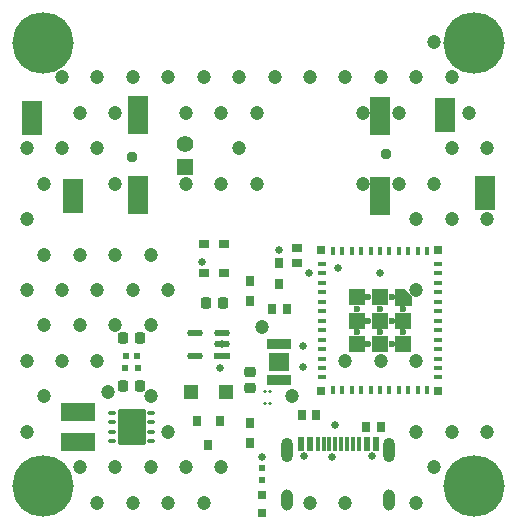
<source format=gts>
G04*
G04 #@! TF.GenerationSoftware,Altium Limited,Altium Designer,25.2.1 (25)*
G04*
G04 Layer_Color=8388736*
%FSLAX25Y25*%
%MOIN*%
G70*
G04*
G04 #@! TF.SameCoordinates,1F312145-2A38-4454-B551-27999C65A1A9*
G04*
G04*
G04 #@! TF.FilePolarity,Negative*
G04*
G01*
G75*
%ADD15R,0.03150X0.03543*%
%ADD16R,0.03543X0.03150*%
%ADD21R,0.01181X0.04528*%
%ADD22R,0.02362X0.04528*%
%ADD23C,0.04752*%
%ADD24R,0.02756X0.02756*%
%ADD25R,0.05709X0.05709*%
%ADD26R,0.03150X0.01575*%
%ADD27R,0.01575X0.03150*%
%ADD30R,0.04921X0.04803*%
%ADD31R,0.05269X0.02275*%
G04:AMPARAMS|DCode=32|XSize=52.69mil|YSize=22.75mil|CornerRadius=11.38mil|HoleSize=0mil|Usage=FLASHONLY|Rotation=180.000|XOffset=0mil|YOffset=0mil|HoleType=Round|Shape=RoundedRectangle|*
%AMROUNDEDRECTD32*
21,1,0.05269,0.00000,0,0,180.0*
21,1,0.02993,0.02275,0,0,180.0*
1,1,0.02275,-0.01497,0.00000*
1,1,0.02275,0.01497,0.00000*
1,1,0.02275,0.01497,0.00000*
1,1,0.02275,-0.01497,0.00000*
%
%ADD32ROUNDEDRECTD32*%
%ADD33R,0.02237X0.02254*%
%ADD34R,0.02894X0.03394*%
%ADD35R,0.02362X0.02362*%
%ADD36R,0.02362X0.02362*%
%ADD37R,0.03394X0.02894*%
%ADD40R,0.03150X0.03150*%
%ADD41C,0.00689*%
G04:AMPARAMS|DCode=42|XSize=37.92mil|YSize=34mil|CornerRadius=7.25mil|HoleSize=0mil|Usage=FLASHONLY|Rotation=90.000|XOffset=0mil|YOffset=0mil|HoleType=Round|Shape=RoundedRectangle|*
%AMROUNDEDRECTD42*
21,1,0.03792,0.01950,0,0,90.0*
21,1,0.02342,0.03400,0,0,90.0*
1,1,0.01450,0.00975,0.01171*
1,1,0.01450,0.00975,-0.01171*
1,1,0.01450,-0.00975,-0.01171*
1,1,0.01450,-0.00975,0.01171*
%
%ADD42ROUNDEDRECTD42*%
%ADD43R,0.06706X0.12611*%
%ADD44R,0.06706X0.11824*%
G04:AMPARAMS|DCode=45|XSize=37.92mil|YSize=34mil|CornerRadius=7.25mil|HoleSize=0mil|Usage=FLASHONLY|Rotation=0.000|XOffset=0mil|YOffset=0mil|HoleType=Round|Shape=RoundedRectangle|*
%AMROUNDEDRECTD45*
21,1,0.03792,0.01950,0,0,0.0*
21,1,0.02342,0.03400,0,0,0.0*
1,1,0.01450,0.01171,-0.00975*
1,1,0.01450,-0.01171,-0.00975*
1,1,0.01450,-0.01171,0.00975*
1,1,0.01450,0.01171,0.00975*
%
%ADD45ROUNDEDRECTD45*%
G04:AMPARAMS|DCode=46|XSize=15.81mil|YSize=23.68mil|CornerRadius=3.95mil|HoleSize=0mil|Usage=FLASHONLY|Rotation=90.000|XOffset=0mil|YOffset=0mil|HoleType=Round|Shape=RoundedRectangle|*
%AMROUNDEDRECTD46*
21,1,0.01581,0.01579,0,0,90.0*
21,1,0.00791,0.02368,0,0,90.0*
1,1,0.00790,0.00789,0.00396*
1,1,0.00790,0.00789,-0.00396*
1,1,0.00790,-0.00789,-0.00396*
1,1,0.00790,-0.00789,0.00396*
%
%ADD46ROUNDEDRECTD46*%
G04:AMPARAMS|DCode=47|XSize=122.11mil|YSize=90.61mil|CornerRadius=4.17mil|HoleSize=0mil|Usage=FLASHONLY|Rotation=90.000|XOffset=0mil|YOffset=0mil|HoleType=Round|Shape=RoundedRectangle|*
%AMROUNDEDRECTD47*
21,1,0.12211,0.08228,0,0,90.0*
21,1,0.11378,0.09061,0,0,90.0*
1,1,0.00833,0.04114,0.05689*
1,1,0.00833,0.04114,-0.05689*
1,1,0.00833,-0.04114,-0.05689*
1,1,0.00833,-0.04114,0.05689*
%
%ADD47ROUNDEDRECTD47*%
%ADD48R,0.06548X0.06154*%
%ADD49R,0.01981X0.03753*%
%ADD50R,0.11824X0.06312*%
%ADD51C,0.03753*%
G04:AMPARAMS|DCode=52|XSize=39.37mil|YSize=70.87mil|CornerRadius=19.68mil|HoleSize=0mil|Usage=FLASHONLY|Rotation=0.000|XOffset=0mil|YOffset=0mil|HoleType=Round|Shape=RoundedRectangle|*
%AMROUNDEDRECTD52*
21,1,0.03937,0.03150,0,0,0.0*
21,1,0.00000,0.07087,0,0,0.0*
1,1,0.03937,0.00000,-0.01575*
1,1,0.03937,0.00000,-0.01575*
1,1,0.03937,0.00000,0.01575*
1,1,0.03937,0.00000,0.01575*
%
%ADD52ROUNDEDRECTD52*%
G04:AMPARAMS|DCode=53|XSize=39.37mil|YSize=82.68mil|CornerRadius=19.68mil|HoleSize=0mil|Usage=FLASHONLY|Rotation=0.000|XOffset=0mil|YOffset=0mil|HoleType=Round|Shape=RoundedRectangle|*
%AMROUNDEDRECTD53*
21,1,0.03937,0.04331,0,0,0.0*
21,1,0.00000,0.08268,0,0,0.0*
1,1,0.03937,0.00000,-0.02165*
1,1,0.03937,0.00000,-0.02165*
1,1,0.03937,0.00000,0.02165*
1,1,0.03937,0.00000,0.02165*
%
%ADD53ROUNDEDRECTD53*%
%ADD54C,0.02559*%
%ADD55R,0.05524X0.05524*%
%ADD56C,0.05524*%
%ADD57C,0.20485*%
%ADD58C,0.04737*%
%ADD59C,0.02572*%
%ADD60C,0.02769*%
%ADD61C,0.02362*%
G36*
X134744Y75197D02*
Y71850D01*
X129035D01*
Y77559D01*
X132382D01*
X134744Y75197D01*
D02*
G37*
D15*
X90551Y79331D02*
D03*
Y86024D02*
D03*
X70669Y33465D02*
D03*
X63189D02*
D03*
X66929Y25591D02*
D03*
X80709Y73425D02*
D03*
Y80118D02*
D03*
Y26181D02*
D03*
Y32874D02*
D03*
D16*
X72244Y92520D02*
D03*
X65551D02*
D03*
X72244Y82677D02*
D03*
X65551D02*
D03*
D21*
X103347Y25945D02*
D03*
X105315D02*
D03*
X107283D02*
D03*
X109252D02*
D03*
X113189D02*
D03*
X115157D02*
D03*
X117126D02*
D03*
X111221D02*
D03*
D22*
X100787D02*
D03*
X119685D02*
D03*
X97638D02*
D03*
X122835D02*
D03*
D23*
X131696Y74511D02*
D03*
D24*
X143602Y90354D02*
D03*
X104626D02*
D03*
Y43504D02*
D03*
X143602D02*
D03*
D25*
X124114Y59153D02*
D03*
Y66929D02*
D03*
Y74705D02*
D03*
X116339Y59153D02*
D03*
Y66929D02*
D03*
Y74705D02*
D03*
X131890Y59153D02*
D03*
Y66929D02*
D03*
D26*
X143405Y85827D02*
D03*
Y82677D02*
D03*
Y79528D02*
D03*
Y76378D02*
D03*
Y73228D02*
D03*
Y70079D02*
D03*
Y66929D02*
D03*
Y63779D02*
D03*
Y60630D02*
D03*
Y57480D02*
D03*
Y54331D02*
D03*
Y51181D02*
D03*
Y48031D02*
D03*
X104823D02*
D03*
Y51181D02*
D03*
Y54331D02*
D03*
Y57480D02*
D03*
Y60630D02*
D03*
Y63779D02*
D03*
Y66929D02*
D03*
Y70079D02*
D03*
Y73228D02*
D03*
Y76378D02*
D03*
Y79528D02*
D03*
Y82677D02*
D03*
Y85827D02*
D03*
D27*
X139862Y43701D02*
D03*
X136713D02*
D03*
X133563D02*
D03*
X130413D02*
D03*
X127264D02*
D03*
X124114D02*
D03*
X120965D02*
D03*
X117815D02*
D03*
X114665D02*
D03*
X111516D02*
D03*
X108366D02*
D03*
Y90158D02*
D03*
X111516D02*
D03*
X114665D02*
D03*
X117815D02*
D03*
X120965D02*
D03*
X124114D02*
D03*
X127264D02*
D03*
X130413D02*
D03*
X133563D02*
D03*
X136713D02*
D03*
X139862D02*
D03*
D30*
X61122Y43307D02*
D03*
X72736D02*
D03*
D31*
X71324Y55315D02*
D03*
D32*
Y59055D02*
D03*
Y62795D02*
D03*
X62535D02*
D03*
Y55315D02*
D03*
D33*
X43119Y55118D02*
D03*
X39559D02*
D03*
D34*
X119624Y31496D02*
D03*
X124470D02*
D03*
X102816Y35433D02*
D03*
X97971D02*
D03*
X88128Y70866D02*
D03*
X92974D02*
D03*
D35*
X43406Y51181D02*
D03*
X39272D02*
D03*
D36*
X84646Y13681D02*
D03*
Y17815D02*
D03*
D37*
X96457Y86160D02*
D03*
Y91005D02*
D03*
D40*
X84646Y8858D02*
D03*
Y2953D02*
D03*
D41*
X86152Y39370D02*
G03*
X86152Y39370I-344J0D01*
G01*
Y43307D02*
G03*
X86152Y43307I-344J0D01*
G01*
X87766Y39370D02*
G03*
X87766Y39370I-344J0D01*
G01*
Y43307D02*
G03*
X87766Y43307I-344J0D01*
G01*
D42*
X38583Y61024D02*
D03*
X44094D02*
D03*
Y45276D02*
D03*
X38583D02*
D03*
X71653Y72835D02*
D03*
X66142D02*
D03*
D43*
X43307Y108858D02*
D03*
Y135630D02*
D03*
X124016Y135236D02*
D03*
Y108465D02*
D03*
D44*
X21654D02*
D03*
X8268Y134449D02*
D03*
X145669Y135630D02*
D03*
X159055Y109646D02*
D03*
D45*
X80709Y50000D02*
D03*
Y44488D02*
D03*
D46*
X47835Y26772D02*
D03*
Y29921D02*
D03*
Y33071D02*
D03*
Y36220D02*
D03*
X34843D02*
D03*
Y33071D02*
D03*
Y29921D02*
D03*
Y26772D02*
D03*
D47*
X41339Y31496D02*
D03*
D48*
X90551Y53150D02*
D03*
D49*
X93504Y59055D02*
D03*
X91535D02*
D03*
X89567D02*
D03*
X87598D02*
D03*
X93504Y47244D02*
D03*
X91535D02*
D03*
X89567D02*
D03*
X87598D02*
D03*
D50*
X23622Y36614D02*
D03*
Y26378D02*
D03*
D51*
X41339Y121457D02*
D03*
X125984Y122638D02*
D03*
D52*
X93228Y7224D02*
D03*
X127244D02*
D03*
D53*
X93228Y23681D02*
D03*
X127244D02*
D03*
D54*
X98858Y21713D02*
D03*
X121614D02*
D03*
D55*
X59252Y118110D02*
D03*
D56*
Y125984D02*
D03*
D57*
X11811Y11811D02*
D03*
X155512D02*
D03*
X11811Y159449D02*
D03*
X155512D02*
D03*
D58*
X159842Y124409D02*
D03*
Y100787D02*
D03*
Y29921D02*
D03*
X148031Y148031D02*
D03*
X153937Y136220D02*
D03*
X148031Y124409D02*
D03*
Y100787D02*
D03*
Y29921D02*
D03*
X142126Y159842D02*
D03*
X136220Y148031D02*
D03*
X142126Y112598D02*
D03*
X136220Y100787D02*
D03*
Y77165D02*
D03*
Y53543D02*
D03*
Y29921D02*
D03*
X142126Y18110D02*
D03*
X136220Y6299D02*
D03*
X124409Y148031D02*
D03*
X130315Y136220D02*
D03*
Y112598D02*
D03*
X124409Y53543D02*
D03*
X112598Y148031D02*
D03*
X118504Y136220D02*
D03*
Y112598D02*
D03*
X112598Y53543D02*
D03*
Y6299D02*
D03*
X100787Y148031D02*
D03*
Y6299D02*
D03*
X88976Y148031D02*
D03*
X94882Y41732D02*
D03*
X77165Y148031D02*
D03*
X83071Y136220D02*
D03*
X77165Y124409D02*
D03*
X83071Y112598D02*
D03*
X65354Y148031D02*
D03*
X71260Y136220D02*
D03*
Y112598D02*
D03*
Y18110D02*
D03*
X65354Y6299D02*
D03*
X53543Y148031D02*
D03*
X59449Y136220D02*
D03*
Y112598D02*
D03*
X53543Y77165D02*
D03*
Y29921D02*
D03*
X59449Y18110D02*
D03*
X53543Y6299D02*
D03*
X41732Y148031D02*
D03*
X47638Y88976D02*
D03*
X41732Y77165D02*
D03*
X47638Y65354D02*
D03*
Y41732D02*
D03*
Y18110D02*
D03*
X41732Y6299D02*
D03*
X29921Y148031D02*
D03*
X35827Y136220D02*
D03*
X29921Y124409D02*
D03*
X35827Y112598D02*
D03*
Y88976D02*
D03*
X29921Y77165D02*
D03*
X35827Y65354D02*
D03*
X29921Y53543D02*
D03*
X35827Y18110D02*
D03*
X29921Y6299D02*
D03*
X18110Y148031D02*
D03*
X24016Y136220D02*
D03*
X18110Y124409D02*
D03*
X24016Y88976D02*
D03*
X18110Y77165D02*
D03*
X24016Y65354D02*
D03*
X18110Y53543D02*
D03*
X24016Y18110D02*
D03*
X6299Y124409D02*
D03*
X12205Y112598D02*
D03*
X6299Y100787D02*
D03*
X12205Y88976D02*
D03*
X6299Y77165D02*
D03*
X12205Y65354D02*
D03*
X6299Y53543D02*
D03*
X12205Y41732D02*
D03*
X6299Y29921D02*
D03*
X33465Y43307D02*
D03*
X84646Y64961D02*
D03*
D59*
X109274Y32173D02*
D03*
X108268Y21654D02*
D03*
X65551Y92520D02*
D03*
X80709Y73425D02*
D03*
X71653Y72835D02*
D03*
X71324Y59055D02*
D03*
X159055Y109646D02*
D03*
X124016Y135236D02*
D03*
X8268Y134449D02*
D03*
X43307Y108858D02*
D03*
X110236Y84646D02*
D03*
X90551Y86024D02*
D03*
X64961Y86614D02*
D03*
X90551Y90551D02*
D03*
X124016Y108268D02*
D03*
Y82677D02*
D03*
X70866Y51181D02*
D03*
X84646Y21654D02*
D03*
X80709Y80118D02*
D03*
X100394Y82677D02*
D03*
X98425Y58601D02*
D03*
Y51635D02*
D03*
D60*
X43307Y31496D02*
D03*
X39370D02*
D03*
X41339Y28740D02*
D03*
Y34252D02*
D03*
X90551Y53150D02*
D03*
D61*
X131890Y63041D02*
D03*
X124114D02*
D03*
X116339D02*
D03*
X131890Y70817D02*
D03*
X124114D02*
D03*
X116339D02*
D03*
X120226Y59153D02*
D03*
Y66929D02*
D03*
Y74705D02*
D03*
X128002Y59153D02*
D03*
Y66929D02*
D03*
Y74705D02*
D03*
M02*

</source>
